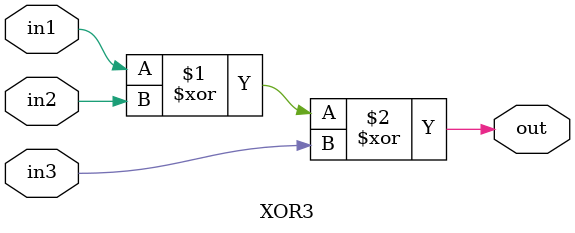
<source format=sv>
/* 3-input XOR.
 *
 *
 * <script type="WaveDrom">
 * { assign:[
 *   ["out",
 *     ["^", "in1", "in2", "in3"]
 *   ]
 * ]}
 * </script>
 * 
 */
module XOR3 #(
    parameter WIDTH = 1
)(
    input  wire [WIDTH-1:0] in1,
    input  wire [WIDTH-1:0] in2,
    input  wire [WIDTH-1:0] in3,
    output wire [WIDTH-1:0] out
);

    assign out = in1 ^ in2 ^ in3;

endmodule

</source>
